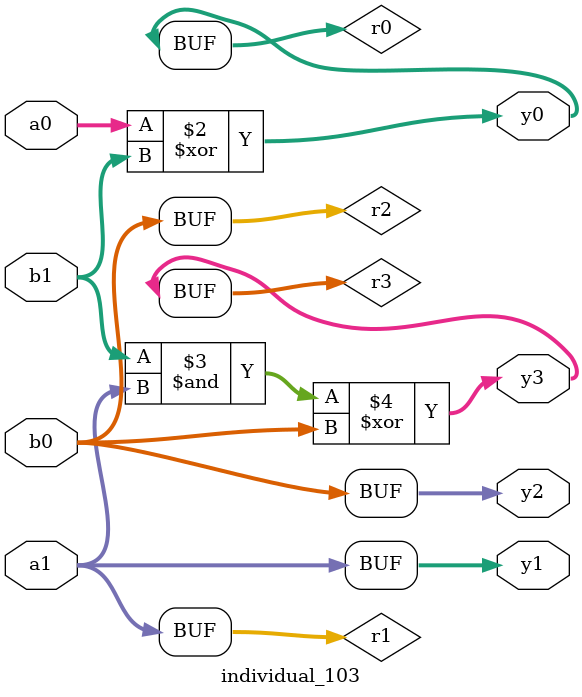
<source format=sv>
module individual_103(input logic [15:0] a1, input logic [15:0] a0, input logic [15:0] b1, input logic [15:0] b0, output logic [15:0] y3, output logic [15:0] y2, output logic [15:0] y1, output logic [15:0] y0);
logic [15:0] r0, r1, r2, r3; 
 always@(*) begin 
	 r0 = a0; r1 = a1; r2 = b0; r3 = b1; 
 	 r0  ^=  b1 ;
 	 r3  &=  r1 ;
 	 r3  ^=  r2 ;
 	 y3 = r3; y2 = r2; y1 = r1; y0 = r0; 
end
endmodule
</source>
